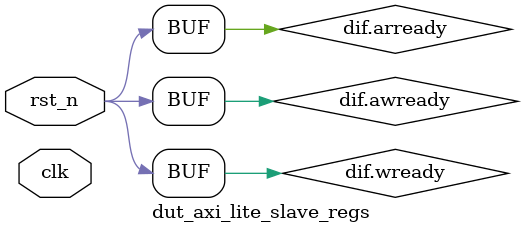
<source format=sv>
module dut_axi_lite_slave_regs(// AXI-Lite 从设备寄存器模块
  input  logic clk,
  input  logic rst_n,
  axi_if dif// AXI-Lite 接口实例
);
  // 很简单的寄存器文件：4个32位
  logic [31:0] regs[0:3];// 定义一个4个32位寄存器的数组

  // 简化：一直 ready（真实设计会有 backpressure）
  assign dif.awready = rst_n;
  assign dif.wready  = rst_n;
  assign dif.arready = rst_n;

  // 写通道：AW/W 同拍握手就写入；下拍给 BVALID
  logic write_fire_d;// 写事务触发标志，表示 AW/W 同拍握手完成
  always_ff @(posedge clk or negedge rst_n) begin
    if (!rst_n) begin// 异步复位
      regs[0] <= 32'h0; regs[1] <= 32'h0; regs[2] <= 32'h0; regs[3] <= 32'h0;//进复位时清空 4 个寄存器
      dif.bvalid <= 1'b0;// BVALID 初始为 0
      dif.bresp  <= 2'b00;// BRESP 初始为 OKAY
      write_fire_d <= 1'b0;// 写事务触发标志，初始为 0。write_fire_d 是打一拍的“写握手完成”标志
    end else begin// 正常工作
      write_fire_d <= (dif.awvalid && dif.awready && dif.wvalid && dif.wready);// 如果 AW/W 同拍握手，就拉高 write_fire_d
      if (dif.awvalid && dif.awready && dif.wvalid && dif.wready) begin// 如果 AW/W 同拍握手，就写入寄存器
        regs[dif.awaddr[3:2]] <= dif.wdata;// 根据 AWADDR 的低两位选择寄存器写入 WDATA
      end
      // BVALID 拉一拍
      if (write_fire_d)// 如果 write_fire_d 被拉高，表示写事务完成
        dif.bvalid <= 1'b1;// 下拍给 BVALID
      else if (dif.bvalid && dif.bready) dif.bvalid <= 1'b0;// 如果 BVALID 已经拉高且 BREADY 也拉高了，就清除 BVALID
    end
  end

  // 读通道：AR握手后，下拍给 RVALID 和数据
  logic [31:0] rdata_q;
  logic        ar_fire_d;

  always_ff @(posedge clk or negedge rst_n) begin
    if (!rst_n) begin
      rdata_q   <= 32'h0;
      dif.rvalid <= 1'b0;
      dif.rresp  <= 2'b00;
      ar_fire_d <= 1'b0;
    end else begin
      ar_fire_d <= (dif.arvalid && dif.arready);// 如果 AR 握手完成，就拉高 ar_fire_d
      if (dif.arvalid && dif.arready) begin// 如果 AR 握手完成
        rdata_q <= regs[dif.araddr[3:2]];// 根据 ARADDR 的低两位选择寄存器读取数据
      end
      if (ar_fire_d) begin// 如果 ar_fire_d 被拉高，表示读事务完成
        dif.rvalid <= 1'b1;// 下拍给 RVALID
      end else if (dif.rvalid && dif.rready) begin
        dif.rvalid <= 1'b0;
      end
    end
  end

  assign dif.rdata = rdata_q;// 将读取的数据赋值给 RDATA 信号

endmodule

</source>
